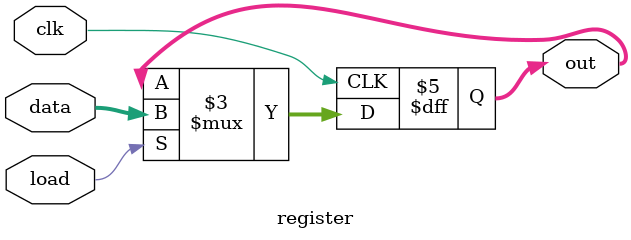
<source format=v>
module register(clk, data, load, out);
    input clk, load;
    input [7:0] data;
    output reg [7:0] out;

    initial out = 0;

    always @(negedge clk) begin
        if (load) out <= data;
    end
endmodule
</source>
